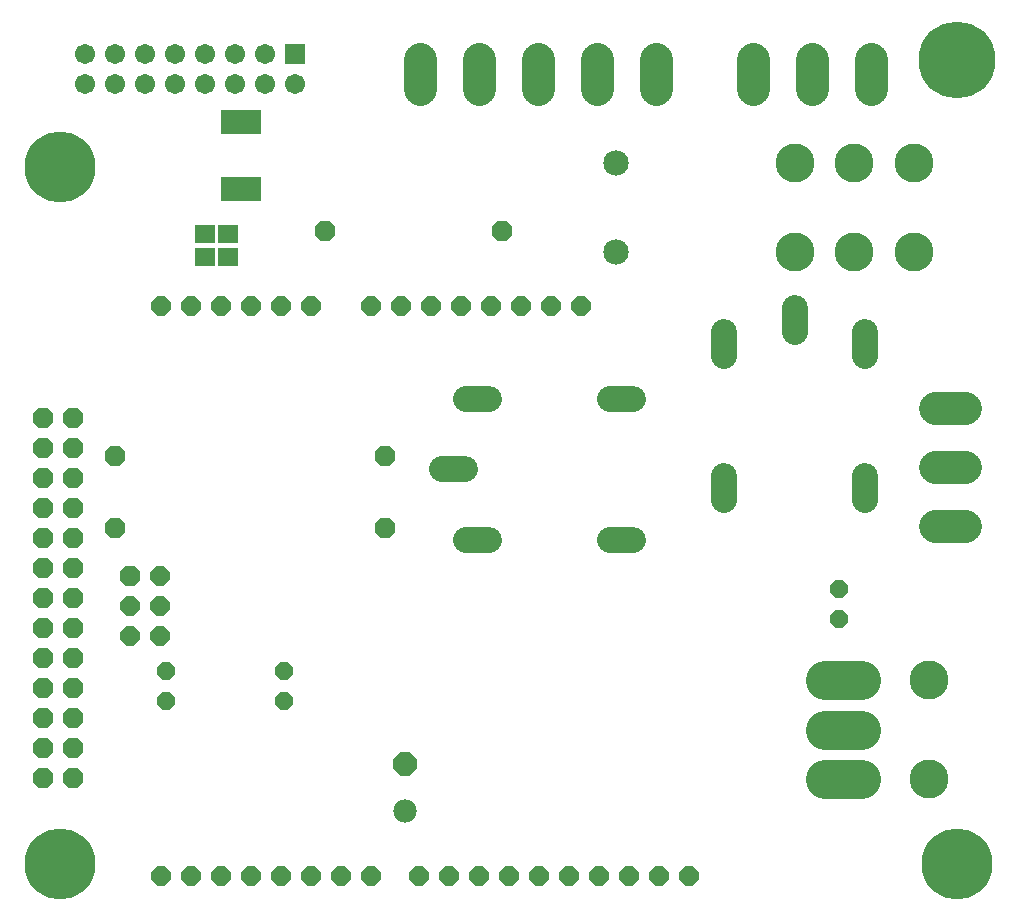
<source format=gbs>
G75*
G70*
%OFA0B0*%
%FSLAX24Y24*%
%IPPOS*%
%LPD*%
%AMOC8*
5,1,8,0,0,1.08239X$1,22.5*
%
%ADD10OC8,0.0674*%
%ADD11OC8,0.0634*%
%ADD12OC8,0.0680*%
%ADD13C,0.0860*%
%ADD14C,0.0780*%
%ADD15OC8,0.0780*%
%ADD16C,0.1299*%
%ADD17C,0.1299*%
%ADD18C,0.1100*%
%ADD19OC8,0.0600*%
%ADD20C,0.0848*%
%ADD21R,0.0674X0.0674*%
%ADD22C,0.0674*%
%ADD23R,0.0671X0.0592*%
%ADD24R,0.1340X0.0789*%
%ADD25C,0.2365*%
%ADD26C,0.2562*%
D10*
X006481Y007307D03*
X007481Y007307D03*
X007481Y008307D03*
X006481Y008307D03*
X006481Y009307D03*
X007481Y009307D03*
X007481Y010307D03*
X006481Y010307D03*
X006481Y011307D03*
X007481Y011307D03*
X007481Y012307D03*
X006481Y012307D03*
X006481Y013307D03*
X007481Y013307D03*
X007481Y014307D03*
X006481Y014307D03*
X006481Y015307D03*
X007481Y015307D03*
X007481Y016307D03*
X006481Y016307D03*
X006481Y017307D03*
X007481Y017307D03*
X007481Y018307D03*
X006481Y018307D03*
X006481Y019307D03*
X007481Y019307D03*
D11*
X010431Y023032D03*
X011431Y023032D03*
X012431Y023032D03*
X013431Y023032D03*
X014431Y023032D03*
X015431Y023032D03*
X017431Y023032D03*
X018431Y023032D03*
X019431Y023032D03*
X020431Y023032D03*
X021431Y023032D03*
X022431Y023032D03*
X023431Y023032D03*
X024431Y023032D03*
X010381Y014032D03*
X010381Y013032D03*
X009381Y013032D03*
X009381Y012032D03*
X010381Y012032D03*
X010431Y004032D03*
X011431Y004032D03*
X012431Y004032D03*
X013431Y004032D03*
X014431Y004032D03*
X015431Y004032D03*
X016431Y004032D03*
X017431Y004032D03*
X019031Y004032D03*
X020031Y004032D03*
X021031Y004032D03*
X022031Y004032D03*
X023031Y004032D03*
X024031Y004032D03*
X025031Y004032D03*
X026031Y004032D03*
X027031Y004032D03*
X028031Y004032D03*
D12*
X017906Y015632D03*
X017906Y018057D03*
X009381Y014032D03*
X008906Y015632D03*
X008906Y018057D03*
X015881Y025557D03*
X021781Y025557D03*
D13*
X021371Y019957D02*
X020591Y019957D01*
X020571Y017607D02*
X019791Y017607D01*
X020591Y015257D02*
X021371Y015257D01*
X025391Y015257D02*
X026171Y015257D01*
X029206Y016592D02*
X029206Y017372D01*
X026171Y019957D02*
X025391Y019957D01*
X029206Y021392D02*
X029206Y022172D01*
X031556Y022192D02*
X031556Y022972D01*
X033906Y022172D02*
X033906Y021392D01*
X033906Y017372D02*
X033906Y016592D01*
D14*
X018556Y006195D03*
D15*
X018556Y007770D03*
D16*
X032577Y007262D02*
X033759Y007262D01*
X033759Y008916D02*
X032577Y008916D01*
X032577Y010569D02*
X033759Y010569D01*
D17*
X036042Y010569D03*
X036042Y007262D03*
X035516Y024844D03*
X033532Y024844D03*
X031548Y024844D03*
X031548Y027820D03*
X033532Y027820D03*
X035516Y027820D03*
D18*
X034106Y030282D02*
X034106Y031282D01*
X032137Y031282D02*
X032137Y030282D01*
X030169Y030282D02*
X030169Y031282D01*
X026931Y031282D02*
X026931Y030282D01*
X024962Y030282D02*
X024962Y031282D01*
X022994Y031282D02*
X022994Y030282D01*
X021025Y030282D02*
X021025Y031282D01*
X019057Y031282D02*
X019057Y030282D01*
X036231Y019644D02*
X037231Y019644D01*
X037231Y017676D02*
X036231Y017676D01*
X036231Y015707D02*
X037231Y015707D01*
D19*
X033040Y013618D03*
X033040Y012618D03*
X014536Y010862D03*
X014536Y009862D03*
X010599Y009862D03*
X010599Y010862D03*
D20*
X025595Y024844D03*
X025595Y027820D03*
D21*
X014906Y031457D03*
D22*
X013906Y031457D03*
X013906Y030457D03*
X014906Y030457D03*
X012906Y030457D03*
X011906Y030457D03*
X010906Y030457D03*
X010906Y031457D03*
X011906Y031457D03*
X012906Y031457D03*
X009906Y031457D03*
X008906Y031457D03*
X008906Y030457D03*
X009906Y030457D03*
X007906Y030457D03*
X007906Y031457D03*
D23*
X011881Y025431D03*
X012656Y025431D03*
X012656Y024683D03*
X011881Y024683D03*
D24*
X013106Y026955D03*
X013106Y029160D03*
D25*
X007055Y004456D03*
X007055Y027685D03*
X036977Y004456D03*
D26*
X036977Y031228D03*
M02*

</source>
